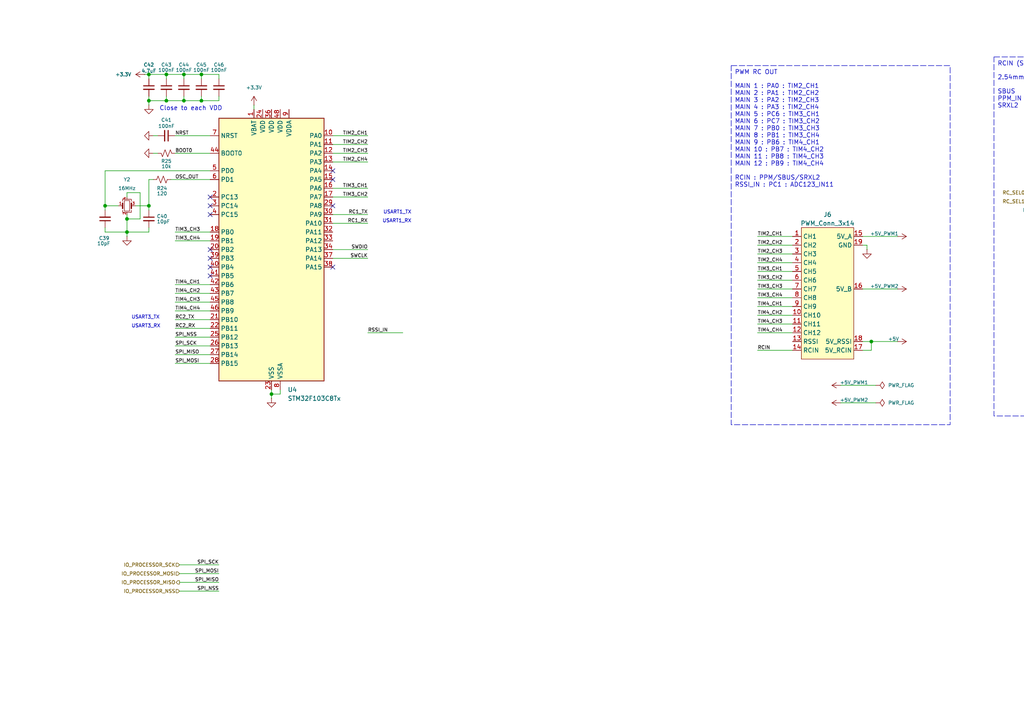
<source format=kicad_sch>
(kicad_sch (version 20250114) (generator "eeschema") (generator_version "9.0")
  (paper "A4")
  (title_block (title "STM32 Flight Controller") (date "2025-07-26") (rev "2.0.0 (WIP)"))
  (lib_symbols
    (symbol "Connector_Generic:Conn_01x03" (pin_names (offset 1.016) (hide yes))
      (property "Reference" "J" (at 0 5.08 0))
      (property "Value" "Conn_01x03" (at 0 -5.08 0))
      (symbol "Conn_01x03_1_1"
        (rectangle (start -1.27 3.81) (end 1.27 -3.81) (stroke (width 0.254)) (fill (type background)))
        (rectangle (start -1.27 2.667) (end 0 2.413) (stroke (width 0.1524)))
        (rectangle (start -1.27 0.127) (end 0 -0.127) (stroke (width 0.1524)))
        (rectangle (start -1.27 -2.413) (end 0 -2.667) (stroke (width 0.1524)))
        (pin passive line (at -5.08 2.54 0) (length 3.81) (name "Pin_1") (number "1"))
        (pin passive line (at -5.08 0 0) (length 3.81) (name "Pin_2") (number "2"))
        (pin passive line (at -5.08 -2.54 0) (length 3.81) (name "Pin_3") (number "3"))
      )
    )
    (symbol "Connector_Generic:Conn_01x04" (pin_names (offset 1.016) (hide yes))
      (property "Reference" "J" (at 0 5.08 0))
      (property "Value" "Conn_01x04" (at 0 -7.62 0))
      (symbol "Conn_01x04_1_1"
        (rectangle (start -1.27 3.81) (end 1.27 -6.35) (stroke (width 0.254)) (fill (type background)))
        (rectangle (start -1.27 2.667) (end 0 2.413) (stroke (width 0.1524)))
        (rectangle (start -1.27 0.127) (end 0 -0.127) (stroke (width 0.1524)))
        (rectangle (start -1.27 -2.413) (end 0 -2.667) (stroke (width 0.1524)))
        (rectangle (start -1.27 -4.953) (end 0 -5.207) (stroke (width 0.1524)))
        (pin passive line (at -5.08 2.54 0) (length 3.81) (name "Pin_1") (number "1"))
        (pin passive line (at -5.08 0 0) (length 3.81) (name "Pin_2") (number "2"))
        (pin passive line (at -5.08 -2.54 0) (length 3.81) (name "Pin_3") (number "3"))
        (pin passive line (at -5.08 -5.08 0) (length 3.81) (name "Pin_4") (number "4"))
      )
    )
    (symbol "Connector_Generic:Conn_01x06" (pin_names (offset 1.016) (hide yes))
      (property "Reference" "J" (at 0 7.62 0))
      (property "Value" "Conn_01x06" (at 0 -10.16 0))
      (symbol "Conn_01x06_1_1"
        (rectangle (start -1.27 6.35) (end 1.27 -8.89) (stroke (width 0.254)) (fill (type background)))
        (rectangle (start -1.27 5.207) (end 0 4.953) (stroke (width 0.1524)))
        (rectangle (start -1.27 2.667) (end 0 2.413) (stroke (width 0.1524)))
        (rectangle (start -1.27 0.127) (end 0 -0.127) (stroke (width 0.1524)))
        (rectangle (start -1.27 -2.413) (end 0 -2.667) (stroke (width 0.1524)))
        (rectangle (start -1.27 -4.953) (end 0 -5.207) (stroke (width 0.1524)))
        (rectangle (start -1.27 -7.493) (end 0 -7.747) (stroke (width 0.1524)))
        (pin passive line (at -5.08 5.08 0) (length 3.81) (name "Pin_1") (number "1"))
        (pin passive line (at -5.08 2.54 0) (length 3.81) (name "Pin_2") (number "2"))
        (pin passive line (at -5.08 0 0) (length 3.81) (name "Pin_3") (number "3"))
        (pin passive line (at -5.08 -2.54 0) (length 3.81) (name "Pin_4") (number "4"))
        (pin passive line (at -5.08 -5.08 0) (length 3.81) (name "Pin_5") (number "5"))
        (pin passive line (at -5.08 -7.62 0) (length 3.81) (name "Pin_6") (number "6"))
      )
    )
    (symbol "Device:C_Small" (pin_numbers (hide yes)) (pin_names (offset 0.254) (hide yes))
      (property "Reference" "C" (at 0.254 1.778 0))
      (property "Value" "C_Small" (at 0.254 -2.032 0))
      (symbol "C_Small_0_1"
        (polyline (pts (xy -1.524 0.508) (xy 1.524 0.508)) (stroke (width 0.3048)))
        (polyline (pts (xy -1.524 -0.508) (xy 1.524 -0.508)) (stroke (width 0.3302)))
      )
      (symbol "C_Small_1_1"
        (pin passive line (at 0 2.54 270) (length 2.032) (name "~") (number "1"))
        (pin passive line (at 0 -2.54 90) (length 2.032) (name "~") (number "2"))
      )
    )
    (symbol "Device:Crystal_GND24_Small" (pin_names (offset 1.016) (hide yes))
      (property "Reference" "Y" (at 1.27 4.445 0))
      (property "Value" "Crystal_GND24_Small" (at 1.27 2.54 0))
      (symbol "Crystal_GND24_Small_0_1"
        (polyline (pts (xy -1.27 1.27) (xy -1.27 1.905) (xy 1.27 1.905) (xy 1.27 1.27)))
        (polyline (pts (xy -1.27 -0.762) (xy -1.27 0.762)) (stroke (width 0.381)))
        (polyline (pts (xy -1.27 -1.27) (xy -1.27 -1.905) (xy 1.27 -1.905) (xy 1.27 -1.27)))
        (rectangle (start -0.762 -1.524) (end 0.762 1.524))
        (polyline (pts (xy 1.27 -0.762) (xy 1.27 0.762)) (stroke (width 0.381)))
      )
      (symbol "Crystal_GND24_Small_1_1"
        (pin passive line (at -2.54 0 0) (length 1.27) (name "1") (number "1"))
        (pin passive line (at 0 2.54 270) (length 0.635) (name "4") (number "4"))
        (pin passive line (at 0 -2.54 90) (length 0.635) (name "2") (number "2"))
        (pin passive line (at 2.54 0 180) (length 1.27) (name "3") (number "3"))
      )
    )
    (symbol "Device:R_Small_US" (pin_numbers (hide yes)) (pin_names (offset 0.254) (hide yes))
      (property "Reference" "R" (at 0.762 0.508 0))
      (property "Value" "R_Small_US" (at 0.762 -1.016 0))
      (symbol "R_Small_US_1_1"
        (polyline (pts (xy 0 1.524) (xy 1.016 1.143) (xy 0 0.762) (xy -1.016 0.381) (xy 0 0)))
        (polyline (pts (xy 0 0) (xy 1.016 -0.381) (xy 0 -0.762) (xy -1.016 -1.143) (xy 0 -1.524)))
        (pin passive line (at 0 2.54 270) (length 1.016) (name "~") (number "1"))
        (pin passive line (at 0 -2.54 90) (length 1.016) (name "~") (number "2"))
      )
    )
    (symbol "MCU_ST_STM32F1:STM32F103C8Tx"
      (property "Reference" "U" (at -15.24 39.37 0))
      (property "Value" "STM32F103C8Tx" (at 7.62 39.37 0))
      (symbol "STM32F103C8Tx_0_1"
        (rectangle (start -15.24 -38.1) (end 15.24 38.1) (stroke (width 0.254)) (fill (type background)))
      )
      (symbol "STM32F103C8Tx_1_1"
        (pin input line (at -17.78 33.02 0) (length 2.54) (name "NRST") (number "7"))
        (pin input line (at -17.78 27.94 0) (length 2.54) (name "BOOT0") (number "44"))
        (pin bidirectional line (at -17.78 22.86 0) (length 2.54) (name "PD0") (number "5"))
        (pin bidirectional line (at -17.78 20.32 0) (length 2.54) (name "PD1") (number "6"))
        (pin bidirectional line (at -17.78 15.24 0) (length 2.54) (name "PC13") (number "2"))
        (pin bidirectional line (at -17.78 12.7 0) (length 2.54) (name "PC14") (number "3"))
        (pin bidirectional line (at -17.78 10.16 0) (length 2.54) (name "PC15") (number "4"))
        (pin bidirectional line (at -17.78 5.08 0) (length 2.54) (name "PB0") (number "18"))
        (pin bidirectional line (at -17.78 2.54 0) (length 2.54) (name "PB1") (number "19"))
        (pin bidirectional line (at -17.78 0 0) (length 2.54) (name "PB2") (number "20"))
        (pin bidirectional line (at -17.78 -2.54 0) (length 2.54) (name "PB3") (number "39"))
        (pin bidirectional line (at -17.78 -5.08 0) (length 2.54) (name "PB4") (number "40"))
        (pin bidirectional line (at -17.78 -7.62 0) (length 2.54) (name "PB5") (number "41"))
        (pin bidirectional line (at -17.78 -10.16 0) (length 2.54) (name "PB6") (number "42"))
        (pin bidirectional line (at -17.78 -12.7 0) (length 2.54) (name "PB7") (number "43"))
        (pin bidirectional line (at -17.78 -15.24 0) (length 2.54) (name "PB8") (number "45"))
        (pin bidirectional line (at -17.78 -17.78 0) (length 2.54) (name "PB9") (number "46"))
        (pin bidirectional line (at -17.78 -20.32 0) (length 2.54) (name "PB10") (number "21"))
        (pin bidirectional line (at -17.78 -22.86 0) (length 2.54) (name "PB11") (number "22"))
        (pin bidirectional line (at -17.78 -25.4 0) (length 2.54) (name "PB12") (number "25"))
        (pin bidirectional line (at -17.78 -27.94 0) (length 2.54) (name "PB13") (number "26"))
        (pin bidirectional line (at -17.78 -30.48 0) (length 2.54) (name "PB14") (number "27"))
        (pin bidirectional line (at -17.78 -33.02 0) (length 2.54) (name "PB15") (number "28"))
        (pin power_in line (at -5.08 40.64 270) (length 2.54) (name "VBAT") (number "1"))
        (pin power_in line (at -2.54 40.64 270) (length 2.54) (name "VDD") (number "24"))
        (pin power_in line (at 0 40.64 270) (length 2.54) (name "VDD") (number "36"))
        (pin power_in line (at 0 -40.64 90) (length 2.54) (name "VSS") (number "23"))
        (pin passive line (at 0 -40.64 90) (length 2.54) (hide yes) (name "VSS") (number "35"))
        (pin passive line (at 0 -40.64 90) (length 2.54) (hide yes) (name "VSS") (number "47"))
        (pin power_in line (at 2.54 40.64 270) (length 2.54) (name "VDD") (number "48"))
        (pin power_in line (at 2.54 -40.64 90) (length 2.54) (name "VSSA") (number "8"))
        (pin power_in line (at 5.08 40.64 270) (length 2.54) (name "VDDA") (number "9"))
        (pin bidirectional line (at 17.78 33.02 180) (length 2.54) (name "PA0") (number "10"))
        (pin bidirectional line (at 17.78 30.48 180) (length 2.54) (name "PA1") (number "11"))
        (pin bidirectional line (at 17.78 27.94 180) (length 2.54) (name "PA2") (number "12"))
        (pin bidirectional line (at 17.78 25.4 180) (length 2.54) (name "PA3") (number "13"))
        (pin bidirectional line (at 17.78 22.86 180) (length 2.54) (name "PA4") (number "14"))
        (pin bidirectional line (at 17.78 20.32 180) (length 2.54) (name "PA5") (number "15"))
        (pin bidirectional line (at 17.78 17.78 180) (length 2.54) (name "PA6") (number "16"))
        (pin bidirectional line (at 17.78 15.24 180) (length 2.54) (name "PA7") (number "17"))
        (pin bidirectional line (at 17.78 12.7 180) (length 2.54) (name "PA8") (number "29"))
        (pin bidirectional line (at 17.78 10.16 180) (length 2.54) (name "PA9") (number "30"))
        (pin bidirectional line (at 17.78 7.62 180) (length 2.54) (name "PA10") (number "31"))
        (pin bidirectional line (at 17.78 5.08 180) (length 2.54) (name "PA11") (number "32"))
        (pin bidirectional line (at 17.78 2.54 180) (length 2.54) (name "PA12") (number "33"))
        (pin bidirectional line (at 17.78 0 180) (length 2.54) (name "PA13") (number "34"))
        (pin bidirectional line (at 17.78 -2.54 180) (length 2.54) (name "PA14") (number "37"))
        (pin bidirectional line (at 17.78 -5.08 180) (length 2.54) (name "PA15") (number "38"))
      )
    )
    (symbol "Nexperia_PMD:PMDPB30XN" (pin_names (offset 0) (hide yes))
      (property "Reference" "Q" (at 5.08 1.905 0))
      (property "Value" "PMDPB30XN" (at 5.08 0 0))
      (symbol "PMDPB30XN_0_1"
        (polyline (pts (xy 0.254 1.905) (xy 0.254 -1.905)) (stroke (width 0.254)))
        (polyline (pts (xy 0.254 0) (xy -2.54 0)))
        (polyline (pts (xy 0.762 2.286) (xy 0.762 1.27)) (stroke (width 0.254)))
        (polyline (pts (xy 0.762 0.508) (xy 0.762 -0.508)) (stroke (width 0.254)))
        (polyline (pts (xy 0.762 -1.27) (xy 0.762 -2.286)) (stroke (width 0.254)))
        (polyline (pts (xy 0.762 -1.778) (xy 3.302 -1.778) (xy 3.302 1.778) (xy 0.762 1.778)))
        (polyline (pts (xy 1.016 0) (xy 2.032 0.381) (xy 2.032 -0.381) (xy 1.016 0)) (fill (type outline)))
        (circle (center 1.651 0) (radius 2.794) (stroke (width 0.254)))
        (polyline (pts (xy 2.54 2.54) (xy 2.54 1.778)))
        (circle (center 2.54 1.778) (radius 0.254) (fill (type outline)))
        (circle (center 2.54 -1.778) (radius 0.254) (fill (type outline)))
        (polyline (pts (xy 2.54 -2.54) (xy 2.54 0) (xy 0.762 0)))
        (polyline (pts (xy 2.921 0.381) (xy 3.683 0.381)))
        (polyline (pts (xy 3.302 0.381) (xy 2.921 -0.254) (xy 3.683 -0.254) (xy 3.302 0.381)))
      )
      (symbol "PMDPB30XN_1_0"
        (pin passive line (at 2.54 5.08 270) (length 2.54) (hide yes) (name "D") (number "7"))
      )
      (symbol "PMDPB30XN_1_1"
        (pin input line (at -5.08 0 0) (length 2.54) (name "G") (number "2"))
        (pin passive line (at 2.54 5.08 270) (length 2.54) (name "D") (number "6"))
        (pin passive line (at 2.54 -5.08 90) (length 2.54) (name "S") (number "1"))
      )
      (symbol "PMDPB30XN_2_0"
        (pin passive line (at 2.54 5.08 270) (length 2.54) (hide yes) (name "D") (number "8"))
      )
      (symbol "PMDPB30XN_2_1"
        (pin input line (at -5.08 0 0) (length 2.54) (name "G") (number "5"))
        (pin passive line (at 2.54 5.08 270) (length 2.54) (name "D") (number "3"))
        (pin passive line (at 2.54 -5.08 90) (length 2.54) (name "S") (number "4"))
      )
    )
    (symbol "PWM_Connector:PWM_Conn_3x14"
      (property "Reference" "J" (at 0 22.098 0))
      (property "Value" "PWM_Conn_3x14" (at 0 20.066 0))
      (symbol "PWM_Conn_3x14_0_1"
        (rectangle (start -7.62 19.05) (end 7.62 -19.05) (fill (type background)))
      )
      (symbol "PWM_Conn_3x14_1_1"
        (pin bidirectional line (at -10.16 16.51 0) (length 2.54) (name "CH1") (number "1"))
        (pin bidirectional line (at -10.16 13.97 0) (length 2.54) (name "CH2") (number "2"))
        (pin bidirectional line (at -10.16 11.43 0) (length 2.54) (name "CH3") (number "3"))
        (pin bidirectional line (at -10.16 8.89 0) (length 2.54) (name "CH4") (number "4"))
        (pin bidirectional line (at -10.16 6.35 0) (length 2.54) (name "CH5") (number "5"))
        (pin bidirectional line (at -10.16 3.81 0) (length 2.54) (name "CH6") (number "6"))
        (pin bidirectional line (at -10.16 1.27 0) (length 2.54) (name "CH7") (number "7"))
        (pin bidirectional line (at -10.16 -1.27 0) (length 2.54) (name "CH8") (number "8"))
        (pin bidirectional line (at -10.16 -3.81 0) (length 2.54) (name "CH9") (number "9"))
        (pin bidirectional line (at -10.16 -6.35 0) (length 2.54) (name "CH10") (number "10"))
        (pin bidirectional line (at -10.16 -8.89 0) (length 2.54) (name "CH11") (number "11"))
        (pin bidirectional line (at -10.16 -11.43 0) (length 2.54) (name "CH12") (number "12"))
        (pin bidirectional line (at -10.16 -13.97 0) (length 2.54) (name "RSSI") (number "13"))
        (pin bidirectional line (at -10.16 -16.51 0) (length 2.54) (name "RCIN") (number "14"))
        (pin passive line (at 10.16 16.51 180) (length 2.54) (name "5V_A") (number "15"))
        (pin passive line (at 10.16 13.97 180) (length 2.54) (name "GND") (number "19"))
        (pin passive line (at 10.16 1.27 180) (length 2.54) (name "5V_B") (number "16"))
        (pin passive line (at 10.16 -13.97 180) (length 2.54) (name "5V_RSSI") (number "18"))
        (pin passive line (at 10.16 -16.51 180) (length 2.54) (name "5V_RCIN") (number "17"))
      )
    )
    (symbol "TMUX1104:TMUX1104"
      (property "Reference" "U" (at 0 0 0))
      (symbol "TMUX1104_0_1"
        (rectangle (start -7.62 7.62) (end 7.62 -7.62) (stroke (width 0.254)) (fill (type background)))
      )
      (symbol "TMUX1104_1_1"
        (pin input line (at -10.16 5.08 0) (length 2.54) (name "EN") (number "5"))
        (pin input line (at -10.16 -2.54 0) (length 2.54) (name "A0") (number "1"))
        (pin input line (at -10.16 -5.08 0) (length 2.54) (name "A1") (number "10"))
        (pin power_in line (at 0 10.16 270) (length 2.54) (name "VDD") (number "6"))
        (pin power_in line (at 0 -10.16 90) (length 2.54) (name "GND") (number "3"))
        (pin passive line (at 10.16 5.08 180) (length 2.54) (name "S1") (number "2"))
        (pin passive line (at 10.16 2.54 180) (length 2.54) (name "S2") (number "9"))
        (pin passive line (at 10.16 0 180) (length 2.54) (name "S3") (number "4"))
        (pin passive line (at 10.16 -2.54 180) (length 2.54) (name "S4") (number "7"))
        (pin passive line (at 10.16 -5.08 180) (length 2.54) (name "D") (number "8"))
      )
    )
    (symbol "power:+3.3V" (power) (pin_numbers (hide yes)) (pin_names (offset 0) (hide yes))
      (property "Value" "+3.3V" (at 0 3.556 0))
      (symbol "+3.3V_0_1"
        (polyline (pts (xy -0.762 1.27) (xy 0 2.54)))
        (polyline (pts (xy 0 2.54) (xy 0.762 1.27)))
        (polyline (pts (xy 0 0) (xy 0 2.54)))
      )
      (symbol "+3.3V_1_1"
        (pin power_in line (at 0 0 90) (length 0) (name "~") (number "1"))
      )
    )
    (symbol "power:+5V" (power) (pin_numbers (hide yes)) (pin_names (offset 0) (hide yes))
      (property "Value" "+5V" (at 0 3.556 0))
      (symbol "+5V_0_1"
        (polyline (pts (xy -0.762 1.27) (xy 0 2.54)))
        (polyline (pts (xy 0 2.54) (xy 0.762 1.27)))
        (polyline (pts (xy 0 0) (xy 0 2.54)))
      )
      (symbol "+5V_1_1"
        (pin power_in line (at 0 0 90) (length 0) (name "~") (number "1"))
      )
    )
    (symbol "power:GND" (power) (pin_numbers (hide yes)) (pin_names (offset 0) (hide yes))
      (property "Value" "GND" (at 0 -3.81 0))
      (symbol "GND_0_1"
        (polyline (pts (xy 0 0) (xy 0 -1.27) (xy 1.27 -1.27) (xy 0 -2.54) (xy -1.27 -1.27) (xy 0 -1.27)))
      )
      (symbol "GND_1_1"
        (pin power_in line (at 0 0 270) (length 0) (name "~") (number "1"))
      )
    )
    (symbol "power:PWR_FLAG" (power) (pin_numbers (hide yes)) (pin_names (offset 0) (hide yes))
      (property "Value" "PWR_FLAG" (at 0 3.81 0))
      (symbol "PWR_FLAG_0_0"
        (pin power_out line (at 0 0 90) (length 0) (name "~") (number "1"))
      )
      (symbol "PWR_FLAG_0_1"
        (polyline (pts (xy 0 0) (xy 0 1.27) (xy -1.016 1.905) (xy 0 2.54) (xy 1.016 1.905) (xy 0 1.27)))
      )
    )
  )
  (rectangle (start 212.0781 19.0251) (end 275.5781 123.19) (stroke (width 0) (type dash)))
  (rectangle (start 354.33 82.55) (end 417.83 118.11) (stroke (width 0) (type dash)))
  (rectangle (start 270.51 -33.02) (end 318.77 -7.62) (stroke (width 0) (type dash)))
  (rectangle (start 288.29 16.51) (end 351.79 120.65) (stroke (width 0) (type dash)))
  (rectangle (start 354.33 16.51) (end 417.83 41.91) (stroke (width 0) (type dash)))
  (rectangle (start 354.33 44.45) (end 417.83 80.01) (stroke (width 0) (type dash)))
  (text "USART1_RX" (at 119.38 64.77 0) (effects (font (size 1 1)) (justify right bottom)))
  (text "CRSF" (at 355.346 85.344 0) (effects (font (size 1.27 1.27)) (justify left bottom)))
  (text "USART1_TX" (at 119.38 62.23 0) (effects (font (size 1 1)) (justify right bottom)))
  (text "RCIN (SBUS/PPM/SRXL2)" (at 289.306 19.304 0) (effects (font (size 1.27 1.27)) (justify left bottom)))
  (text "USART3_RX" (at 38.1 95.25 0) (effects (font (size 1 1)) (justify left bottom)))
  (text "ZH 1.5mm 4P\n\nPA9 : USART1_TX (Half Duplex)" (at 355.346 49.784 0) (effects (font (size 1.27 1.27)) (justify left top)))
  (text "MAIN 1 : PA0 : TIM2_CH1\nMAIN 2 : PA1 : TIM2_CH2\nMAIN 3 : PA2 : TIM2_CH3\nMAIN 4 : PA3 : TIM2_CH4\nMAIN 5 : PC6 : TIM3_CH1\nMAIN 6 : PC7 : TIM3_CH2\nMAIN 7 : PB0 : TIM3_CH3\nMAIN 8 : PB1 : TIM3_CH4\nMAIN 9 : PB6 : TIM4_CH1\nMAIN 10 : PB7 : TIM4_CH2\nMAIN 11 : PB8 : TIM4_CH3\nMAIN 12 : PB9 : TIM4_CH4\n\nRCIN : PPM/SBUS/SRXL2\nRSSI_IN : PC1 : ADC123_IN11" (at 213.0941 24.3591 0) (effects (font (size 1.27 1.27)) (justify left top)))
  (text "2.54mm 3P\n\nSBUS   : PA10 : USART1_RX\nPPM_IN : PD15 : TIM4_CH4\nSRXL2  : PA9  : USART1_TX\n" (at 289.306 21.844 0) (effects (font (size 1.27 1.27)) (justify left top)))
  (text "SH 1.0mm 4P\n\nPA9 : USART1_TX\nPA10 : USART1_RX\n" (at 355.346 87.884 0) (effects (font (size 1.27 1.27)) (justify left top)))
  (text "PWM RC OUT" (at 213.0941 21.8191 0) (effects (font (size 1.27 1.27)) (justify left bottom)))
  (text "Close to each VDD" (at 46.228 32.258 0) (effects (font (size 1.27 1.27)) (justify left bottom)))
  (text "SWDIO : PA13\nSWCLK : PA14\nNRST  : NRST(14)" (at 271.526 -27.686 0) (effects (font (size 1.27 1.27)) (justify left top)))
  (text "DSM" (at 355.346 19.304 0) (effects (font (size 1.27 1.27)) (justify left bottom)))
  (text "Programming Pin" (at 271.526 -30.226 0) (effects (font (size 1.27 1.27)) (justify left bottom)))
  (text "ZH 1.5mm 3P\n\nPA10 : USART1_RX" (at 355.346 21.844 0) (effects (font (size 1.27 1.27)) (justify left top)))
  (text "USART3_TX" (at 38.1 92.71 0) (effects (font (size 1 1)) (justify left bottom)))
  (text "SRXL2" (at 355.346 47.244 0) (effects (font (size 1.27 1.27)) (justify left bottom)))
  (junction (at 36.83 63.5))
  (junction (at 30.48 59.69))
  (junction (at 48.26 21.59))
  (junction (at 316.23 41.91))
  (junction (at 48.26 29.21))
  (junction (at 58.42 21.59))
  (junction (at 252.73 99.06))
  (junction (at 339.09 33.02))
  (junction (at 43.18 59.69))
  (junction (at 303.53 58.42))
  (junction (at 326.39 85.09))
  (junction (at 317.5 92.71))
  (junction (at 43.18 29.21))
  (junction (at 53.34 21.59))
  (junction (at 300.99 55.88))
  (junction (at 53.34 29.21))
  (junction (at 339.09 48.26))
  (junction (at 36.83 67.31))
  (junction (at 58.42 29.21))
  (junction (at 78.74 114.3))
  (junction (at 43.18 21.59))
  (junction (at 302.26 66.04))
  (no_connect (at 96.52 59.69))
  (no_connect (at 60.96 72.39))
  (no_connect (at 60.96 80.01))
  (no_connect (at 60.96 77.47))
  (no_connect (at 60.96 62.23))
  (no_connect (at 96.52 77.47))
  (no_connect (at 60.96 59.69))
  (no_connect (at 60.96 57.15))
  (no_connect (at 386.08 64.77))
  (no_connect (at 96.52 49.53))
  (no_connect (at 60.96 74.93))
  (no_connect (at 96.52 52.07))
  (wire (pts (xy 49.53 52.07) (xy 60.96 52.07)))
  (wire (pts (xy 219.71 93.98) (xy 229.87 93.98)))
  (wire (pts (xy 317.5 92.71) (xy 318.77 92.71)))
  (wire (pts (xy 50.8 44.45) (xy 60.96 44.45)))
  (wire (pts (xy 63.5 21.59) (xy 58.42 21.59)))
  (wire (pts (xy 50.8 87.63) (xy 60.96 87.63)))
  (wire (pts (xy 30.48 59.69) (xy 34.29 59.69)))
  (wire (pts (xy 326.39 48.26) (xy 339.09 48.26)))
  (wire (pts (xy 337.82 35.56) (xy 347.98 35.56)))
  (wire (pts (xy 309.88 -17.78) (xy 300.99 -17.78)))
  (wire (pts (xy 391.16 34.29) (xy 400.05 34.29)))
  (wire (pts (xy 63.5 27.94) (xy 63.5 29.21)))
  (wire (pts (xy 339.09 53.34) (xy 339.09 54.61)))
  (wire (pts (xy 50.8 97.79) (xy 60.96 97.79)))
  (wire (pts (xy 326.39 53.34) (xy 334.01 53.34)))
  (wire (pts (xy 303.53 58.42) (xy 298.45 58.42)))
  (wire (pts (xy 39.37 59.69) (xy 43.18 59.69)))
  (wire (pts (xy 41.91 21.59) (xy 43.18 21.59)))
  (wire (pts (xy 106.68 44.45) (xy 96.52 44.45)))
  (wire (pts (xy 43.18 52.07) (xy 43.18 59.69)))
  (wire (pts (xy 229.87 91.44) (xy 219.71 91.44)))
  (wire (pts (xy 43.18 29.21) (xy 43.18 30.48)))
  (wire (pts (xy 250.19 71.12) (xy 251.46 71.12)))
  (wire (pts (xy 303.53 64.77) (xy 303.53 66.04)))
  (wire (pts (xy 50.8 90.17) (xy 60.96 90.17)))
  (wire (pts (xy 386.08 69.85) (xy 388.62 69.85)))
  (wire (pts (xy 53.34 21.59) (xy 48.26 21.59)))
  (wire (pts (xy 392.43 26.67) (xy 392.43 29.21)))
  (wire (pts (xy 300.99 55.88) (xy 298.45 55.88)))
  (wire (pts (xy 229.87 78.74) (xy 219.71 78.74)))
  (wire (pts (xy 50.8 102.87) (xy 60.96 102.87)))
  (wire (pts (xy 43.18 59.69) (xy 43.18 60.96)))
  (wire (pts (xy 36.83 62.23) (xy 36.83 63.5)))
  (wire (pts (xy 36.83 63.5) (xy 36.83 67.31)))
  (wire (pts (xy 250.19 101.6) (xy 252.73 101.6)))
  (wire (pts (xy 52.07 168.91) (xy 63.5 168.91)))
  (wire (pts (xy 304.8 41.91) (xy 316.23 41.91)))
  (wire (pts (xy 386.08 105.41) (xy 388.62 105.41)))
  (wire (pts (xy 60.96 67.31) (xy 50.8 67.31)))
  (wire (pts (xy 106.68 64.77) (xy 96.52 64.77)))
  (wire (pts (xy 78.74 114.3) (xy 81.28 114.3)))
  (wire (pts (xy 219.71 76.2) (xy 229.87 76.2)))
  (wire (pts (xy 48.26 21.59) (xy 48.26 22.86)))
  (wire (pts (xy 43.18 21.59) (xy 43.18 22.86)))
  (wire (pts (xy 243.84 111.76) (xy 254 111.76)))
  (wire (pts (xy 386.08 62.23) (xy 394.97 62.23)))
  (wire (pts (xy 43.18 29.21) (xy 48.26 29.21)))
  (wire (pts (xy 307.34 -12.7) (xy 307.34 -11.43)))
  (wire (pts (xy 316.23 63.5) (xy 316.23 64.77)))
  (wire (pts (xy 302.26 66.04) (xy 302.26 67.31)))
  (wire (pts (xy 52.07 171.45) (xy 63.5 171.45)))
  (wire (pts (xy 306.07 58.42) (xy 303.53 58.42)))
  (wire (pts (xy 303.53 58.42) (xy 303.53 59.69)))
  (wire (pts (xy 30.48 59.69) (xy 30.48 60.96)))
  (wire (pts (xy 334.01 50.8) (xy 326.39 50.8)))
  (wire (pts (xy 53.34 29.21) (xy 58.42 29.21)))
  (wire (pts (xy 60.96 85.09) (xy 50.8 85.09)))
  (wire (pts (xy 36.83 67.31) (xy 43.18 67.31)))
  (wire (pts (xy 50.8 105.41) (xy 60.96 105.41)))
  (wire (pts (xy 300.99 66.04) (xy 302.26 66.04)))
  (wire (pts (xy 306.07 48.26) (xy 304.8 48.26)))
  (wire (pts (xy 300.99 -15.24) (xy 309.88 -15.24)))
  (wire (pts (xy 106.68 46.99) (xy 96.52 46.99)))
  (wire (pts (xy 386.08 102.87) (xy 394.97 102.87)))
  (wire (pts (xy 81.28 113.03) (xy 81.28 114.3)))
  (wire (pts (xy 58.42 21.59) (xy 58.42 22.86)))
  (wire (pts (xy 326.39 85.09) (xy 316.23 85.09)))
  (wire (pts (xy 116.84 96.52) (xy 106.68 96.52)))
  (wire (pts (xy 339.09 25.4) (xy 339.09 26.67)))
  (wire (pts (xy 63.5 22.86) (xy 63.5 21.59)))
  (wire (pts (xy 252.73 99.06) (xy 252.73 101.6)))
  (wire (pts (xy 48.26 27.94) (xy 48.26 29.21)))
  (wire (pts (xy 388.62 69.85) (xy 388.62 72.39)))
  (wire (pts (xy 317.5 99.06) (xy 317.5 100.33)))
  (wire (pts (xy 243.84 116.84) (xy 254 116.84)))
  (wire (pts (xy 326.39 97.79) (xy 326.39 99.06)))
  (wire (pts (xy 386.08 67.31) (xy 388.62 67.31)))
  (wire (pts (xy 219.71 96.52) (xy 229.87 96.52)))
  (wire (pts (xy 326.39 76.2) (xy 326.39 77.47)))
  (wire (pts (xy 229.87 101.6) (xy 219.71 101.6)))
  (wire (pts (xy 337.82 33.02) (xy 339.09 33.02)))
  (wire (pts (xy 78.74 113.03) (xy 78.74 114.3)))
  (wire (pts (xy 260.35 68.58) (xy 250.19 68.58)))
  (wire (pts (xy 36.83 55.88) (xy 36.83 57.15)))
  (wire (pts (xy 53.34 21.59) (xy 53.34 22.86)))
  (wire (pts (xy 229.87 88.9) (xy 219.71 88.9)))
  (wire (pts (xy 260.35 83.82) (xy 250.19 83.82)))
  (wire (pts (xy 304.8 48.26) (xy 304.8 41.91)))
  (wire (pts (xy 43.18 66.04) (xy 43.18 67.31)))
  (wire (pts (xy 300.99 -12.7) (xy 307.34 -12.7)))
  (wire (pts (xy 309.88 -20.32) (xy 300.99 -20.32)))
  (wire (pts (xy 326.39 55.88) (xy 334.01 55.88)))
  (wire (pts (xy 50.8 92.71) (xy 60.96 92.71)))
  (wire (pts (xy 50.8 100.33) (xy 60.96 100.33)))
  (wire (pts (xy 52.07 166.37) (xy 63.5 166.37)))
  (wire (pts (xy 229.87 81.28) (xy 219.71 81.28)))
  (wire (pts (xy 96.52 74.93) (xy 106.68 74.93)))
  (wire (pts (xy 60.96 82.55) (xy 50.8 82.55)))
  (wire (pts (xy 339.09 33.02) (xy 347.98 33.02)))
  (wire (pts (xy 388.62 107.95) (xy 388.62 110.49)))
  (wire (pts (xy 317.5 92.71) (xy 317.5 93.98)))
  (wire (pts (xy 50.8 95.25) (xy 60.96 95.25)))
  (wire (pts (xy 316.23 40.64) (xy 316.23 41.91)))
  (wire (pts (xy 96.52 57.15) (xy 106.68 57.15)))
  (wire (pts (xy 30.48 49.53) (xy 30.48 59.69)))
  (wire (pts (xy 58.42 21.59) (xy 53.34 21.59)))
  (wire (pts (xy 50.8 39.37) (xy 60.96 39.37)))
  (wire (pts (xy 48.26 21.59) (xy 43.18 21.59)))
  (wire (pts (xy 326.39 82.55) (xy 326.39 85.09)))
  (wire (pts (xy 306.07 55.88) (xy 300.99 55.88)))
  (wire (pts (xy 106.68 62.23) (xy 96.52 62.23)))
  (wire (pts (xy 309.88 -22.86) (xy 300.99 -22.86)))
  (wire (pts (xy 316.23 41.91) (xy 316.23 43.18)))
  (wire (pts (xy 36.83 67.31) (xy 36.83 68.58)))
  (wire (pts (xy 391.16 31.75) (xy 394.97 31.75)))
  (wire (pts (xy 302.26 66.04) (xy 303.53 66.04)))
  (wire (pts (xy 73.66 30.48) (xy 73.66 31.75)))
  (wire (pts (xy 229.87 83.82) (xy 219.71 83.82)))
  (wire (pts (xy 96.52 72.39) (xy 106.68 72.39)))
  (wire (pts (xy 96.52 54.61) (xy 106.68 54.61)))
  (wire (pts (xy 392.43 29.21) (xy 391.16 29.21)))
  (wire (pts (xy 53.34 27.94) (xy 53.34 29.21)))
  (wire (pts (xy 219.71 73.66) (xy 229.87 73.66)))
  (wire (pts (xy 48.26 29.21) (xy 53.34 29.21)))
  (wire (pts (xy 43.18 27.94) (xy 43.18 29.21)))
  (wire (pts (xy 229.87 86.36) (xy 219.71 86.36)))
  (wire (pts (xy 311.15 92.71) (xy 303.53 92.71)))
  (wire (pts (xy 260.35 99.06) (xy 252.73 99.06)))
  (wire (pts (xy 252.73 99.06) (xy 250.19 99.06)))
  (wire (pts (xy 43.18 52.07) (xy 44.45 52.07)))
  (wire (pts (xy 316.23 92.71) (xy 317.5 92.71)))
  (wire (pts (xy 386.08 100.33) (xy 394.97 100.33)))
  (wire (pts (xy 58.42 29.21) (xy 63.5 29.21)))
  (wire (pts (xy 386.08 107.95) (xy 388.62 107.95)))
  (wire (pts (xy 96.52 41.91) (xy 106.68 41.91)))
  (wire (pts (xy 96.52 39.37) (xy 106.68 39.37)))
  (wire (pts (xy 339.09 31.75) (xy 339.09 33.02)))
  (wire (pts (xy 394.97 31.75) (xy 394.97 29.21)))
  (wire (pts (xy 251.46 71.12) (xy 251.46 72.39)))
  (wire (pts (xy 30.48 66.04) (xy 30.48 67.31)))
  (wire (pts (xy 229.87 68.58) (xy 219.71 68.58)))
  (wire (pts (xy 58.42 27.94) (xy 58.42 29.21)))
  (wire (pts (xy 78.74 114.3) (xy 78.74 115.57)))
  (wire (pts (xy 60.96 69.85) (xy 50.8 69.85)))
  (wire (pts (xy 339.09 48.26) (xy 340.36 48.26)))
  (wire (pts (xy 40.64 63.5) (xy 36.83 63.5)))
  (wire (pts (xy 45.72 39.37) (xy 44.45 39.37)))
  (wire (pts (xy 300.99 64.77) (xy 300.99 66.04)))
  (wire (pts (xy 30.48 67.31) (xy 36.83 67.31)))
  (wire (pts (xy 326.39 85.09) (xy 326.39 87.63)))
  (wire (pts (xy 300.99 -25.4) (xy 307.34 -25.4)))
  (wire (pts (xy 30.48 49.53) (xy 60.96 49.53)))
  (wire (pts (xy 300.99 55.88) (xy 300.99 59.69)))
  (wire (pts (xy 229.87 71.12) (xy 219.71 71.12)))
  (wire (pts (xy 40.64 55.88) (xy 40.64 63.5)))
  (wire (pts (xy 334.01 58.42) (xy 326.39 58.42)))
  (wire (pts (xy 52.07 163.83) (xy 63.5 163.83)))
  (wire (pts (xy 307.34 -26.67) (xy 307.34 -25.4)))
  (wire (pts (xy 45.72 44.45) (xy 44.45 44.45)))
  (wire (pts (xy 36.83 55.88) (xy 40.64 55.88)))
  (label "SPI_MOSI" (at 63.5 166.37 180) (effects (font (size 1 1))))
  (label "SBUS" (at 334.01 50.8 180) (effects (font (size 1 1))))
  (label "TIM2_CH2" (at 219.71 71.12 0) (effects (font (size 1 1))))
  (label "SWDIO" (at 106.68 72.39 180) (effects (font (size 1 1))))
  (label "SWDIO" (at 309.88 -22.86 180) (effects (font (size 1 1))))
  (label "RSSI_IN" (at 106.68 96.52 0) (effects (font (size 1 1))))
  (label "TIM3_CH4" (at 219.71 86.36 0) (effects (font (size 1 1))))
  (label "RCIN" (at 219.71 101.6 0) (effects (font (size 1 1))))
  (label "UART1_TX" (at 347.98 35.56 180) (effects (font (size 1 1))))
  (label "UART1_TX" (at 334.01 55.88 180) (effects (font (size 1 1))))
  (label "TIM2_CH3" (at 219.71 73.66 0) (effects (font (size 1 1))))
  (label "NRST" (at 50.8 39.37 0) (effects (font (size 1 1))))
  (label "BOOT0" (at 309.88 -15.24 180) (effects (font (size 1 1))))
  (label "SPI_MISO" (at 50.8 102.87 0) (effects (font (size 1 1))))
  (label "TIM3_CH2" (at 219.71 81.28 0) (effects (font (size 1 1))))
  (label "TIM4_CH3" (at 219.71 93.98 0) (effects (font (size 1 1))))
  (label "NRST" (at 309.88 -17.78 180) (effects (font (size 1 1))))
  (label "TIM4_CH2" (at 50.8 85.09 0) (effects (font (size 1 1))))
  (label "TIM3_CH1" (at 106.68 54.61 180) (effects (font (size 1 1))))
  (label "SWCLK" (at 106.68 74.93 180) (effects (font (size 1 1))))
  (label "SPI_SCK" (at 50.8 100.33 0) (effects (font (size 1 1))))
  (label "SPI_SCK" (at 63.5 163.83 180) (effects (font (size 1 1))))
  (label "RC2_RX" (at 50.8 95.25 0) (effects (font (size 1 1))))
  (label "SWCLK" (at 309.88 -20.32 180) (effects (font (size 1 1))))
  (label "TIM3_CH2" (at 106.68 57.15 180) (effects (font (size 1 1))))
  (label "RC2_TX" (at 50.8 92.71 0) (effects (font (size 1 1))))
  (label "SPI_MOSI" (at 50.8 105.41 0) (effects (font (size 1 1))))
  (label "TIM4_CH2" (at 219.71 91.44 0) (effects (font (size 1 1))))
  (label "TIM2_CH1" (at 106.68 39.37 180) (effects (font (size 1 1))))
  (label "SPI_NSS" (at 63.5 171.45 180) (effects (font (size 1 1))))
  (label "UART1_RX" (at 316.23 85.09 0) (effects (font (size 1 1))))
  (label "TIM3_CH1" (at 219.71 78.74 0) (effects (font (size 1 1))))
  (label "RC1_TX" (at 106.68 62.23 180) (effects (font (size 1 1))))
  (label "SPI_MISO" (at 63.5 168.91 180) (effects (font (size 1 1))))
  (label "TIM4_CH1" (at 50.8 82.55 0) (effects (font (size 1 1))))
  (label "SPI_NSS" (at 50.8 97.79 0) (effects (font (size 1 1))))
  (label "UART1_RX" (at 394.97 102.87 180) (effects (font (size 1 1))))
  (label "TIM4_CH1" (at 219.71 88.9 0) (effects (font (size 1 1))))
  (label "UART1_RX" (at 347.98 33.02 180) (effects (font (size 1 1))))
  (label "TIM3_CH4" (at 50.8 69.85 0) (effects (font (size 1 1))))
  (label "TIM2_CH1" (at 219.71 68.58 0) (effects (font (size 1 1))))
  (label "SBUS" (at 303.53 92.71 0) (effects (font (size 1 1))))
  (label "TIM2_CH2" (at 106.68 41.91 180) (effects (font (size 1 1))))
  (label "BOOT0" (at 50.8 44.45 0) (effects (font (size 1 1))))
  (label "TIM2_CH3" (at 106.68 44.45 180) (effects (font (size 1 1))))
  (label "UART1_TX" (at 394.97 100.33 180) (effects (font (size 1 1))))
  (label "TIM2_CH4" (at 106.68 46.99 180) (effects (font (size 1 1))))
  (label "RC1_RX" (at 106.68 64.77 180) (effects (font (size 1 1))))
  (label "UART1_RX" (at 400.05 34.29 180) (effects (font (size 1 1))))
  (label "TIM4_CH4" (at 219.71 96.52 0) (effects (font (size 1 1))))
  (label "TIM3_CH3" (at 219.71 83.82 0) (effects (font (size 1 1))))
  (label "TIM3_CH3" (at 50.8 67.31 0) (effects (font (size 1 1))))
  (label "UART1_TX" (at 394.97 62.23 180) (effects (font (size 1 1))))
  (label "TIM4_CH3" (at 50.8 87.63 0) (effects (font (size 1 1))))
  (label "UART1_RX" (at 334.01 53.34 180) (effects (font (size 1 1))))
  (label "TIM4_CH4" (at 50.8 90.17 0) (effects (font (size 1 1))))
  (label "OSC_OUT" (at 50.8 52.07 0) (effects (font (size 1 1))))
  (label "TIM2_CH4" (at 219.71 76.2 0) (effects (font (size 1 1))))
  (label "RCIN" (at 334.01 58.42 180) (effects (font (size 1 1))))
  (hierarchical_label "IO_PROCESSOR_SCK" (shape input) (at 52.07 163.83 180) (effects (font (size 1 1))))
  (hierarchical_label "UART1_TX" (shape input) (at 337.82 35.56 180) (effects (font (size 1 1))))
  (hierarchical_label "PPM_IN" (shape output) (at 340.36 48.26 0) (effects (font (size 1 1))))
  (hierarchical_label "IO_PROCESSOR_MISO" (shape output) (at 52.07 168.91 180) (effects (font (size 1 1))))
  (hierarchical_label "UART1_RX" (shape output) (at 337.82 33.02 180) (effects (font (size 1 1))))
  (hierarchical_label "RC_SEL0" (shape input) (at 298.45 55.88 180) (effects (font (size 1 1))))
  (hierarchical_label "RC_SEL1" (shape input) (at 298.45 58.42 180) (effects (font (size 1 1))))
  (hierarchical_label "IO_PROCESSOR_MOSI" (shape input) (at 52.07 166.37 180) (effects (font (size 1 1))))
  (hierarchical_label "IO_PROCESSOR_NSS" (shape input) (at 52.07 171.45 180) (effects (font (size 1 1))))
  (symbol (lib_id "Connector_Generic:Conn_01x06") (at 295.91 -20.32 0) (mirror y) (unit 1)
    (property "Reference" "J17" (at 293.37 -20.32 0) (effects (font (size 1 1)) (justify left)))
    (property "Value" "GH 1.25mm 6P" (at 293.37 -17.78 0) (effects (font (size 1 1)) (justify left)))
    (property "Footprint" "JST_GH:JST_GH_SM06B-GHS-TB_06x1.25mm_Angled" (effects (hide yes)))
    (property "Description" "Generic connector, single row, 01x06, script generated (kicad-library-utils/schlib/autogen/connector/)" (effects (hide yes)))
    (property "LCSC" "C133065" (effects (hide yes)))
  )
  (symbol (lib_id "power:+5V") (at 388.62 105.41 270) (unit 1)
    (property "Reference" "#PWR098" (effects (hide yes)))
    (property "Value" "+5V" (at 392.43 105.4099 90) (effects (font (size 1 1)) (justify left)))
    (property "Description" "Power symbol creates a global label with name \"+5V\"" (effects (hide yes)))
  )
  (symbol (lib_id "power:+3.3V") (at 41.91 21.59 90) (unit 1)
    (property "Reference" "#PWR036" (effects (hide yes)))
    (property "Value" "+3.3V" (at 38.1 21.59 90) (effects (font (size 1 1)) (justify left)))
    (property "Description" "Power symbol creates a global label with name \"+3.3V\"" (effects (hide yes)))
  )
  (symbol (lib_id "Nexperia_PMD:PMDPB30XN") (at 323.85 92.71 0) (unit 2)
    (property "Reference" "Q1" (at 329.184 92.71 0) (effects (justify left)))
    (property "Value" "PMDPB30XN" (effects (hide yes)))
    (property "Footprint" "Nexperia_SOT1118:Nexperia_SOT1118" (effects (hide yes)))
    (property "Description" "Dual NMOS transistor, 6 pin package" (effects (hide yes)))
    (property "LCSC" "C478009" (effects (hide yes)))
  )
  (symbol (lib_id "Device:R_Small_US") (at 317.5 96.52 0) (mirror y) (unit 1)
    (property "Reference" "R34" (at 320.04 96.52 0) (effects (font (size 1 1))))
    (property "Value" "10k" (at 320.04 98.044 0) (effects (font (size 1 1))))
    (property "Footprint" "Resistor_SMD:R_0402_1005Metric" (effects (hide yes)))
    (property "Description" "Resistor, small US symbol" (effects (hide yes)))
    (property "LCSC" "C25531" (effects (hide yes)))
  )
  (symbol (lib_id "power:+3.3V") (at 392.43 26.67 0) (unit 1)
    (property "Reference" "#PWR048" (effects (hide yes)))
    (property "Value" "+3.3V" (at 392.43 21.59 0) (effects (font (size 1 1))))
    (property "Description" "Power symbol creates a global label with name \"+3.3V\"" (effects (hide yes)))
  )
  (symbol (lib_id "Device:R_Small_US") (at 46.99 52.07 90) (unit 1)
    (property "Reference" "R24" (at 46.99 54.61 90) (effects (font (size 1 1))))
    (property "Value" "120" (at 46.99 56.134 90) (effects (font (size 1 1))))
    (property "Footprint" "Resistor_SMD:R_0402_1005Metric" (effects (hide yes)))
    (property "Description" "Resistor, small US symbol" (effects (hide yes)))
    (property "LCSC" " C25079" (effects (hide yes)))
  )
  (symbol (lib_id "power:+3.3V") (at 326.39 76.2 0) (unit 1)
    (property "Reference" "#PWR049" (effects (hide yes)))
    (property "Value" "+3.3V" (at 326.39 71.12 0) (effects (font (size 1 1))))
    (property "Description" "Power symbol creates a global label with name \"+3.3V\"" (effects (hide yes)))
  )
  (symbol (lib_id "Device:R_Small_US") (at 339.09 29.21 0) (mirror y) (unit 1)
    (property "Reference" "R36" (at 337.82 27.94 0) (effects (font (size 1 1)) (justify left)))
    (property "Value" "10k" (at 337.82 30.48 0) (effects (font (size 1 1)) (justify left)))
    (property "Footprint" "Resistor_SMD:R_0402_1005Metric" (effects (hide yes)))
    (property "Description" "Resistor, small US symbol" (effects (hide yes)))
    (property "LCSC" "C25531" (effects (hide yes)))
  )
  (symbol (lib_id "power:+3.3V") (at 73.66 30.48 0) (unit 1)
    (property "Reference" "#PWR029" (effects (hide yes)))
    (property "Value" "+3.3V" (at 73.66 25.4 0) (effects (font (size 1 1))))
    (property "Description" "Power symbol creates a global label with name \"+3.3V\"" (effects (hide yes)))
  )
  (symbol (lib_id "power:GND") (at 317.5 100.33 0) (unit 1)
    (property "Reference" "#PWR091" (effects (hide yes)))
    (property "Value" "GND" (effects (hide yes)))
    (property "Description" "Power symbol creates a global label with name \"GND\" , ground" (effects (hide yes)))
  )
  (symbol (lib_id "Device:R_Small_US") (at 339.09 50.8 0) (mirror y) (unit 1)
    (property "Reference" "R37" (at 337.82 49.53 0) (effects (font (size 1 1)) (justify left)))
    (property "Value" "10k" (at 337.82 52.07 0) (effects (font (size 1 1)) (justify left)))
    (property "Footprint" "Resistor_SMD:R_0402_1005Metric" (effects (hide yes)))
    (property "Description" "Resistor, small US symbol" (effects (hide yes)))
    (property "LCSC" "C25531" (effects (hide yes)))
  )
  (symbol (lib_id "power:+5V") (at 260.35 99.06 270) (mirror x) (unit 1)
    (property "Reference" "#PWR087" (effects (hide yes)))
    (property "Value" "+5V" (at 257.556 98.298 90) (effects (font (size 1 1)) (justify left)))
    (property "Description" "Power symbol creates a global label with name \"+5V\"" (effects (hide yes)))
  )
  (symbol (lib_id "power:+5V") (at 260.35 83.82 270) (mirror x) (unit 1)
    (property "Reference" "#PWR086" (effects (hide yes)))
    (property "Value" "+5V_PWM2" (at 260.604 83.566 90) (effects (font (size 1 1)) (justify right top)))
    (property "Description" "Power symbol creates a global label with name \"+5V\"" (effects (hide yes)))
  )
  (symbol (lib_id "power:GND") (at 44.45 44.45 270) (unit 1)
    (property "Reference" "#PWR045" (effects (hide yes)))
    (property "Value" "GND" (effects (hide yes)))
    (property "Description" "Power symbol creates a global label with name \"GND\" , ground" (effects (hide yes)))
  )
  (symbol (lib_id "Device:R_Small_US") (at 300.99 62.23 0) (unit 1)
    (property "Reference" "R31" (at 299.72 60.96 0) (effects (font (size 1 1)) (justify right)))
    (property "Value" "10k" (at 299.72 63.5 0) (effects (font (size 1 1)) (justify right)))
    (property "Footprint" "Resistor_SMD:R_0402_1005Metric" (effects (hide yes)))
    (property "Description" "Resistor, small US symbol" (effects (hide yes)))
    (property "LCSC" "C25531" (effects (hide yes)))
  )
  (symbol (lib_id "Connector_Generic:Conn_01x04") (at 381 64.77 0) (mirror y) (unit 1)
    (property "Reference" "J7" (at 381 59.69 0) (effects (font (size 1 1))))
    (property "Value" "ZH 1.5mm 4P" (at 378.46 64.77 90) (effects (font (size 1 1))))
    (property "Footprint" "JST_ZH:JST_ZH_S4B-ZR-SM4A-TF_1x04-1MP_P1.50mm_Horizontal" (effects (hide yes)))
    (property "Description" "Generic connector, single row, 01x04, script generated (kicad-library-utils/schlib/autogen/connector/)" (effects (hide yes)))
    (property "LCSC" "C485354" (effects (hide yes)))
  )
  (symbol (lib_id "power:+3.3V") (at 339.09 25.4 0) (unit 1)
    (property "Reference" "#PWR043" (effects (hide yes)))
    (property "Value" "+3.3V" (at 339.09 20.32 0) (effects (font (size 1 1))))
    (property "Description" "Power symbol creates a global label with name \"+3.3V\"" (effects (hide yes)))
  )
  (symbol (lib_id "power:GND") (at 388.62 72.39 0) (unit 1)
    (property "Reference" "#PWR097" (effects (hide yes)))
    (property "Value" "GND" (effects (hide yes)))
    (property "Description" "Power symbol creates a global label with name \"GND\" , ground" (effects (hide yes)))
  )
  (symbol (lib_id "power:+5V") (at 260.35 68.58 270) (mirror x) (unit 1)
    (property "Reference" "#PWR085" (effects (hide yes)))
    (property "Value" "+5V_PWM1" (at 260.604 68.326 90) (effects (font (size 1 1)) (justify right top)))
    (property "Description" "Power symbol creates a global label with name \"+5V\"" (effects (hide yes)))
  )
  (symbol (lib_id "Connector_Generic:Conn_01x04") (at 381 102.87 0) (mirror y) (unit 1)
    (property "Reference" "J8" (at 378.46 102.87 0) (effects (font (size 1 1)) (justify left)))
    (property "Value" "GH 1.25mm 4P" (at 378.46 105.41 0) (effects (font (size 1 1)) (justify left)))
    (property "Footprint" "JST_GH:JST_GH_SM04B-GHS-TB_04x1.25mm_Angled" (effects (hide yes)))
    (property "Description" "Generic connector, single row, 01x04, script generated (kicad-library-utils/schlib/autogen/connector/)" (effects (hide yes)))
    (property "LCSC" "C189895" (effects (hide yes)))
  )
  (symbol (lib_id "power:GND") (at 339.09 54.61 0) (mirror y) (unit 1)
    (property "Reference" "#PWR095" (effects (hide yes)))
    (property "Value" "GND" (effects (hide yes)))
    (property "Description" "Power symbol creates a global label with name \"GND\" , ground" (effects (hide yes)))
  )
  (symbol (lib_id "power:GND") (at 394.97 29.21 180) (unit 1)
    (property "Reference" "#PWR0101" (effects (hide yes)))
    (property "Value" "GND" (effects (hide yes)))
    (property "Description" "Power symbol creates a global label with name \"GND\" , ground" (effects (hide yes)))
  )
  (symbol (lib_id "Device:R_Small_US") (at 303.53 62.23 0) (unit 1)
    (property "Reference" "R32" (at 304.8 60.96 0) (effects (font (size 1 1)) (justify left)))
    (property "Value" "10k" (at 304.8 63.5 0) (effects (font (size 1 1)) (justify left)))
    (property "Footprint" "Resistor_SMD:R_0402_1005Metric" (effects (hide yes)))
    (property "Description" "Resistor, small US symbol" (effects (hide yes)))
    (property "LCSC" "C25531" (effects (hide yes)))
  )
  (symbol (lib_id "Device:C_Small") (at 48.26 25.4 0) (unit 1)
    (property "Reference" "C43" (at 48.26 18.796 0) (effects (font (size 1 1))))
    (property "Value" "100nF" (at 48.26 20.32 0) (effects (font (size 1 1))))
    (property "Footprint" "Capacitor_SMD:C_0402_1005Metric" (effects (hide yes)))
    (property "Description" "Unpolarized capacitor, small symbol" (effects (hide yes)))
    (property "LCSC" "C1525" (effects (hide yes)))
  )
  (symbol (lib_id "Device:C_Small") (at 76.2 -25.4 0) (unit 1)
    (property "Reference" "C48" (at 78.486 -26.416 0) (effects (font (size 1 1)) (justify left)))
    (property "Value" "10nF" (at 78.486 -24.384 0) (effects (font (size 1 1)) (justify left)))
    (property "Footprint" "Capacitor_SMD:C_0402_1005Metric" (effects (hide yes)))
    (property "Description" "Unpolarized capacitor, small symbol" (effects (hide yes)))
    (property "LCSC" "C15195" (effects (hide yes)))
  )
  (symbol (lib_id "power:+5V") (at 243.84 111.76 90) (unit 1)
    (property "Reference" "#PWR082" (effects (hide yes)))
    (property "Value" "+5V_PWM1" (at 243.586 111.506 90) (effects (font (size 1 1)) (justify right top)))
    (property "Description" "Power symbol creates a global label with name \"+5V\"" (effects (hide yes)))
  )
  (symbol (lib_id "power:+3.3V") (at 307.34 -26.67 0) (unit 1)
    (property "Reference" "#PWR040" (effects (hide yes)))
    (property "Value" "+3.3V" (at 307.34 -30.48 0) (effects (font (size 1 1))))
    (property "Description" "Power symbol creates a global label with name \"+3.3V\"" (effects (hide yes)))
  )
  (symbol (lib_id "power:GND") (at 36.83 68.58 0) (unit 1)
    (property "Reference" "#PWR042" (effects (hide yes)))
    (property "Value" "GND" (effects (hide yes)))
    (property "Description" "Power symbol creates a global label with name \"GND\" , ground" (effects (hide yes)))
  )
  (symbol (lib_id "power:+3.3V") (at 316.23 40.64 0) (unit 1)
    (property "Reference" "#PWR089" (effects (hide yes)))
    (property "Value" "+3.3V" (at 316.23 36.83 0) (effects (font (size 1 1))))
    (property "Description" "Power symbol creates a global label with name \"+3.3V\"" (effects (hide yes)))
  )
  (symbol (lib_id "power:GND") (at 43.18 30.48 0) (unit 1)
    (property "Reference" "#PWR031" (effects (hide yes)))
    (property "Value" "GND" (effects (hide yes)))
    (property "Description" "Power symbol creates a global label with name \"GND\" , ground" (effects (hide yes)))
  )
  (symbol (lib_id "Device:C_Small") (at 53.34 25.4 0) (unit 1)
    (property "Reference" "C44" (at 53.34 18.796 0) (effects (font (size 1 1))))
    (property "Value" "100nF" (at 53.34 20.32 0) (effects (font (size 1 1))))
    (property "Footprint" "Capacitor_SMD:C_0402_1005Metric" (effects (hide yes)))
    (property "Description" "Unpolarized capacitor, small symbol" (effects (hide yes)))
    (property "LCSC" "C1525" (effects (hide yes)))
  )
  (symbol (lib_id "Device:C_Small") (at 63.5 25.4 0) (unit 1)
    (property "Reference" "C46" (at 63.5 18.796 0) (effects (font (size 1 1))))
    (property "Value" "100nF" (at 63.5 20.32 0) (effects (font (size 1 1))))
    (property "Footprint" "Capacitor_SMD:C_0402_1005Metric" (effects (hide yes)))
    (property "Description" "Unpolarized capacitor, small symbol" (effects (hide yes)))
    (property "LCSC" "C1525" (effects (hide yes)))
  )
  (symbol (lib_id "power:GND") (at 44.45 39.37 270) (unit 1)
    (property "Reference" "#PWR044" (effects (hide yes)))
    (property "Value" "GND" (effects (hide yes)))
    (property "Description" "Power symbol creates a global label with name \"GND\" , ground" (effects (hide yes)))
  )
  (symbol (lib_id "power:GND") (at 307.34 -11.43 0) (unit 1)
    (property "Reference" "#PWR041" (effects (hide yes)))
    (property "Value" "GND" (effects (hide yes)))
    (property "Description" "Power symbol creates a global label with name \"GND\" , ground" (effects (hide yes)))
  )
  (symbol (lib_id "power:GND") (at 251.46 72.39 0) (unit 1)
    (property "Reference" "#PWR084" (effects (hide yes)))
    (property "Value" "GND" (effects (hide yes)))
    (property "Description" "Power symbol creates a global label with name \"GND\" , ground" (effects (hide yes)))
  )
  (symbol (lib_id "MCU_ST_STM32F1:STM32F103C8Tx") (at 78.74 72.39 0) (unit 1)
    (property "Reference" "U4" (at 83.4233 113.03 0) (effects (justify left)))
    (property "Value" "STM32F103C8Tx" (at 83.4233 115.57 0) (effects (justify left)))
    (property "Footprint" "Package_QFP:LQFP-48_7x7mm_P0.5mm" (effects (hide yes)))
    (property "Datasheet" "https://www.st.com/resource/en/datasheet/stm32f103c8.pdf" (effects (hide yes)))
    (property "Description" "STMicroelectronics Arm Cortex-M3 MCU, 64KB flash, 20KB RAM, 72 MHz, 2.0-3.6V, 37 GPIO, LQFP48" (effects (hide yes)))
  )
  (symbol (lib_id "Device:C_Small") (at 48.26 39.37 270) (mirror x) (unit 1)
    (property "Reference" "C41" (at 48.26 34.798 90) (effects (font (size 1 1))))
    (property "Value" "100nF" (at 48.26 36.576 90) (effects (font (size 1 1))))
    (property "Footprint" "Capacitor_SMD:C_0402_1005Metric" (effects (hide yes)))
    (property "Description" "Unpolarized capacitor, small symbol" (effects (hide yes)))
    (property "LCSC" "C1525" (effects (hide yes)))
  )
  (symbol (lib_id "power:+5V") (at 388.62 67.31 270) (unit 1)
    (property "Reference" "#PWR096" (effects (hide yes)))
    (property "Value" "+5V" (at 392.43 67.3099 90) (effects (font (size 1 1)) (justify left)))
    (property "Description" "Power symbol creates a global label with name \"+5V\"" (effects (hide yes)))
  )
  (symbol (lib_id "power:GND") (at 388.62 110.49 0) (unit 1)
    (property "Reference" "#PWR099" (effects (hide yes)))
    (property "Value" "GND" (effects (hide yes)))
    (property "Description" "Power symbol creates a global label with name \"GND\" , ground" (effects (hide yes)))
  )
  (symbol (lib_id "power:PWR_FLAG") (at 254 111.76 270) (unit 1)
    (property "Reference" "#FLG08" (effects (hide yes)))
    (property "Value" "PWR_FLAG" (at 261.366 111.76 90) (effects (font (size 1 1))))
    (property "Description" "Special symbol for telling ERC where power comes from" (effects (hide yes)))
  )
  (symbol (lib_id "Device:R_Small_US") (at 326.39 80.01 0) (unit 1)
    (property "Reference" "R35" (at 323.342 80.01 0) (effects (font (size 1 1))))
    (property "Value" "1k" (at 329.438 80.01 0) (effects (font (size 1 1))))
    (property "Footprint" "Resistor_SMD:R_0402_1005Metric" (effects (hide yes)))
    (property "Description" "Resistor, small US symbol" (effects (hide yes)))
    (property "LCSC" "C106235" (effects (hide yes)))
  )
  (symbol (lib_id "Device:C_Small") (at 43.18 25.4 0) (unit 1)
    (property "Reference" "C42" (at 43.18 18.796 0) (effects (font (size 1 1))))
    (property "Value" "4.7uF" (at 43.18 20.574 0) (effects (font (size 1 1))))
    (property "Footprint" "Capacitor_SMD:C_0402_1005Metric" (effects (hide yes)))
    (property "Description" "Unpolarized capacitor, small symbol" (effects (hide yes)))
    (property "LCSC" "C307415" (effects (hide yes)))
  )
  (symbol (lib_id "Device:R_Small_US") (at 48.26 44.45 270) (mirror x) (unit 1)
    (property "Reference" "R25" (at 48.26 46.736 90) (effects (font (size 1 1))))
    (property "Value" "10k" (at 48.26 48.26 90) (effects (font (size 1 1))))
    (property "Footprint" "Resistor_SMD:R_0402_1005Metric" (effects (hide yes)))
    (property "Description" "Resistor, small US symbol" (effects (hide yes)))
    (property "LCSC" "C25531" (effects (hide yes)))
  )
  (symbol (lib_id "Connector_Generic:Conn_01x03") (at 386.08 31.75 0) (mirror y) (unit 1)
    (property "Reference" "J9" (at 386.08 26.67 0) (effects (font (size 1 1))))
    (property "Value" "ZH 1.5mm 3P" (at 383.54 31.75 90) (effects (font (size 1 1))))
    (property "Footprint" "JST_ZH:JST_ZH_S3B-ZR-SM4A-TF_1x03-1MP_P1.50mm_Horizontal" (effects (hide yes)))
    (property "Description" "Generic connector, single row, 01x03, script generated (kicad-library-utils/schlib/autogen/connector/)" (effects (hide yes)))
    (property "LCSC" "C72591" (effects (hide yes)))
  )
  (symbol (lib_id "power:GND") (at 302.26 67.31 0) (unit 1)
    (property "Reference" "#PWR088" (effects (hide yes)))
    (property "Value" "GND" (effects (hide yes)))
    (property "Description" "Power symbol creates a global label with name \"GND\" , ground" (effects (hide yes)))
  )
  (symbol (lib_id "power:+5V") (at 243.84 116.84 90) (unit 1)
    (property "Reference" "#PWR083" (effects (hide yes)))
    (property "Value" "+5V_PWM2" (at 243.586 116.586 90) (effects (font (size 1 1)) (justify right top)))
    (property "Description" "Power symbol creates a global label with name \"+5V\"" (effects (hide yes)))
  )
  (symbol (lib_id "Device:Crystal_GND24_Small") (at 36.83 59.69 0) (unit 1)
    (property "Reference" "Y2" (at 36.83 52.07 0) (effects (font (size 1 1))))
    (property "Value" "16MHz" (at 36.83 54.61 0) (effects (font (size 1 1))))
    (property "Footprint" "Crystal:Crystal_SMD_Abracon_ABM8G-4Pin_3.2x2.5mm" (effects (hide yes)))
    (property "Description" "Four pin crystal, GND on pins 2 and 4, small symbol" (effects (hide yes)))
    (property "LCSC" "C1985423" (effects (hide yes)))
  )
  (symbol (lib_id "Device:R_Small_US") (at 313.69 92.71 90) (unit 1)
    (property "Reference" "R33" (at 313.69 90.17 90) (effects (font (size 1 1))))
    (property "Value" "120" (at 313.69 95.25 90) (effects (font (size 1 1))))
    (property "Footprint" "Resistor_SMD:R_0402_1005Metric" (effects (hide yes)))
    (property "Description" "Resistor, small US symbol" (effects (hide yes)))
    (property "LCSC" " C25079" (effects (hide yes)))
  )
  (symbol (lib_id "Device:C_Small") (at 30.48 63.5 0) (mirror x) (unit 1)
    (property "Reference" "C39" (at 31.75 69.088 0) (effects (font (size 1 1)) (justify right)))
    (property "Value" "10pF" (at 32.004 70.612 0) (effects (font (size 1 1)) (justify right)))
    (property "Footprint" "Capacitor_SMD:C_0402_1005Metric" (effects (hide yes)))
    (property "Description" "Unpolarized capacitor, small symbol" (effects (hide yes)))
    (property "LCSC" "C1545" (effects (hide yes)))
  )
  (symbol (lib_id "Device:C_Small") (at 88.9 -25.4 180) (unit 1)
    (property "Reference" "C47" (at 91.694 -25.4 90) (effects (font (size 1 1))))
    (property "Value" "1uF" (at 93.218 -25.4 90) (effects (font (size 1 1))))
    (property "Footprint" "Capacitor_SMD:C_0402_1005Metric" (effects (hide yes)))
    (property "Description" "Unpolarized capacitor, small symbol" (effects (hide yes)))
    (property "LCSC" "C14445" (effects (hide yes)))
  )
  (symbol (lib_id "power:PWR_FLAG") (at 254 116.84 270) (unit 1)
    (property "Reference" "#FLG09" (effects (hide yes)))
    (property "Value" "PWR_FLAG" (at 261.366 116.84 90) (effects (font (size 1 1))))
    (property "Description" "Special symbol for telling ERC where power comes from" (effects (hide yes)))
  )
  (symbol (lib_id "Device:C_Small") (at 58.42 25.4 0) (unit 1)
    (property "Reference" "C45" (at 58.42 18.796 0) (effects (font (size 1 1))))
    (property "Value" "100nF" (at 58.42 20.32 0) (effects (font (size 1 1))))
    (property "Footprint" "Capacitor_SMD:C_0402_1005Metric" (effects (hide yes)))
    (property "Description" "Unpolarized capacitor, small symbol" (effects (hide yes)))
    (property "LCSC" "C1525" (effects (hide yes)))
  )
  (symbol (lib_id "power:GND") (at 326.39 99.06 0) (unit 1)
    (property "Reference" "#PWR093" (effects (hide yes)))
    (property "Value" "GND" (effects (hide yes)))
    (property "Description" "Power symbol creates a global label with name \"GND\" , ground" (effects (hide yes)))
  )
  (symbol (lib_id "PWM_Connector:PWM_Conn_3x14") (at 240.03 85.09 0) (unit 1)
    (property "Reference" "J6" (at 240.03 62.23 0))
    (property "Value" "PWM_Conn_3x14" (at 240.03 64.77 0))
    (property "Footprint" "PWM_Connector:PWM_Conn_3x14" (effects (hide yes)))
    (property "Description" "TSW-114-08-L-T-RA,  Tin Bend insert 42P -55℃~+125℃ 2.54mm Triple row Black Phosphor Bronze 2.54mm Push-Pull,P=2.54mm Pin Headers ROHS" (effects (hide yes)))
    (property "LCSC" "C3327492" (effects (hide yes)))
  )
  (symbol (lib_id "power:GND") (at 78.74 115.57 0) (unit 1)
    (property "Reference" "#PWR024" (effects (hide yes)))
    (property "Value" "GND" (effects (hide yes)))
    (property "Description" "Power symbol creates a global label with name \"GND\" , ground" (effects (hide yes)))
  )
  (symbol (lib_id "TMUX1104:TMUX1104") (at 316.23 53.34 0) (unit 1)
    (property "Reference" "U11" (at 318.3733 41.91 0) (effects (justify left)))
    (property "Value" "TMUX1104" (at 318.3733 44.45 0) (effects (justify left)))
    (property "Footprint" "Package_SON:USON-10_2.5x1.0mm_P0.5mm" (effects (hide yes)))
    (property "LCSC" "C2865387" (effects (hide yes)))
  )
  (symbol (lib_id "power:GND") (at 316.23 64.77 0) (unit 1)
    (property "Reference" "#PWR090" (effects (hide yes)))
    (property "Value" "GND" (effects (hide yes)))
    (property "Description" "Power symbol creates a global label with name \"GND\" , ground" (effects (hide yes)))
  )
  (symbol (lib_id "Device:C_Small") (at 43.18 63.5 0) (unit 1)
    (property "Reference" "C40" (at 45.466 62.738 0) (effects (font (size 1 1)) (justify left)))
    (property "Value" "10pF" (at 45.466 64.262 0) (effects (font (size 1 1)) (justify left)))
    (property "Footprint" "Capacitor_SMD:C_0402_1005Metric" (effects (hide yes)))
    (property "Description" "Unpolarized capacitor, small symbol" (effects (hide yes)))
    (property "LCSC" "C1545" (effects (hide yes)))
  )
)
</source>
